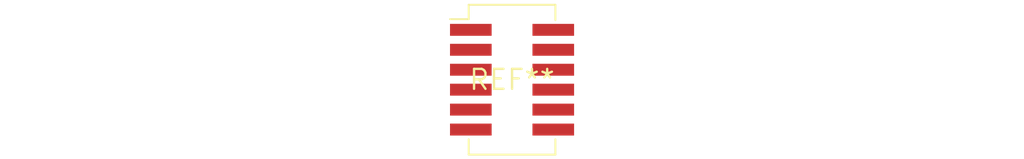
<source format=kicad_pcb>
(kicad_pcb (version 20240108) (generator pcbnew)
  (layers (0 "F.Cu" signal) (31 "B.Cu" signal) (34 "B.Paste" user) (35 "F.Paste" user) (36 "B.SilkS" user "B.Silkscreen") (37 "F.SilkS" user "F.Silkscreen") (38 "B.Mask" user) (39 "F.Mask" user) (44 "Edge.Cuts" user))
  (net 0 "")
  (footprint "SW_DIP_SPSTx06_Slide_KingTek_DSHP06TJ_W5.25mm_P1.27mm_JPin" (layer "F.Cu") (at 0 0)
    (property "Reference" "REF**")
    (property "Value" "SW_DIP_SPSTx06_Slide_KingTek_DSHP06TJ_W5.25mm_P1.27mm_JPin")
    (fp_line (start -3.951 -3.855) (end -2.761 -3.855) (layer "F.SilkS") (stroke (width 0.12)))
    (fp_line (start -2.761 -4.77) (end -2.761 -3.855) (layer "F.SilkS") (stroke (width 0.12)))
    (fp_line (start -2.761 -4.77) (end 2.76 -4.77) (layer "F.SilkS") (stroke (width 0.12)))
    (fp_line (start -2.761 3.795) (end -2.761 4.77) (layer "F.SilkS") (stroke (width 0.12)))
    (fp_line (start -2.761 4.77) (end 2.76 4.77) (layer "F.SilkS") (stroke (width 0.12)))
    (fp_line (start 2.76 -4.77) (end 2.76 -3.795) (layer "F.SilkS") (stroke (width 0.12)))
    (fp_line (start 2.76 3.795) (end 2.76 4.77) (layer "F.SilkS") (stroke (width 0.12)))
    (pad "1" smd rect (at -2.625 -3.175) (size 2.65 0.76) (layers "F.Cu" "F.Paste" "F.Mask"))
    (pad "2" smd rect (at -2.625 -1.905) (size 2.65 0.76) (layers "F.Cu" "F.Paste" "F.Mask"))
    (pad "3" smd rect (at -2.625 -0.635) (size 2.65 0.76) (layers "F.Cu" "F.Paste" "F.Mask"))
    (pad "4" smd rect (at -2.625 0.635) (size 2.65 0.76) (layers "F.Cu" "F.Paste" "F.Mask"))
    (pad "5" smd rect (at -2.625 1.905) (size 2.65 0.76) (layers "F.Cu" "F.Paste" "F.Mask"))
    (pad "6" smd rect (at -2.625 3.175) (size 2.65 0.76) (layers "F.Cu" "F.Paste" "F.Mask"))
    (pad "7" smd rect (at 2.625 3.175) (size 2.65 0.76) (layers "F.Cu" "F.Paste" "F.Mask"))
    (pad "8" smd rect (at 2.625 1.905) (size 2.65 0.76) (layers "F.Cu" "F.Paste" "F.Mask"))
    (pad "9" smd rect (at 2.625 0.635) (size 2.65 0.76) (layers "F.Cu" "F.Paste" "F.Mask"))
    (pad "10" smd rect (at 2.625 -0.635) (size 2.65 0.76) (layers "F.Cu" "F.Paste" "F.Mask"))
    (pad "11" smd rect (at 2.625 -1.905) (size 2.65 0.76) (layers "F.Cu" "F.Paste" "F.Mask"))
    (pad "12" smd rect (at 2.625 -3.175) (size 2.65 0.76) (layers "F.Cu" "F.Paste" "F.Mask"))
  )
)
</source>
